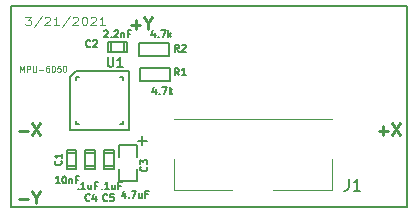
<source format=gto>
G04 #@! TF.GenerationSoftware,KiCad,Pcbnew,5.1.9-73d0e3b20d~88~ubuntu18.04.1*
G04 #@! TF.CreationDate,2021-03-21T21:20:43-07:00*
G04 #@! TF.ProjectId,accelgyro_mpu6050_d2br2,61636365-6c67-4797-926f-5f6d70753630,rev?*
G04 #@! TF.SameCoordinates,Original*
G04 #@! TF.FileFunction,Legend,Top*
G04 #@! TF.FilePolarity,Positive*
%FSLAX46Y46*%
G04 Gerber Fmt 4.6, Leading zero omitted, Abs format (unit mm)*
G04 Created by KiCad (PCBNEW 5.1.9-73d0e3b20d~88~ubuntu18.04.1) date 2021-03-21 21:20:43*
%MOMM*%
%LPD*%
G01*
G04 APERTURE LIST*
%ADD10C,0.250000*%
%ADD11C,0.200000*%
%ADD12C,0.125000*%
%ADD13C,0.120000*%
%ADD14C,0.127000*%
%ADD15C,0.149860*%
%ADD16C,0.200660*%
%ADD17C,0.150000*%
G04 APERTURE END LIST*
D10*
X145690476Y-93571428D02*
X146452380Y-93571428D01*
X146071428Y-93952380D02*
X146071428Y-93190476D01*
X147119047Y-93476190D02*
X147119047Y-93952380D01*
X146785714Y-92952380D02*
X147119047Y-93476190D01*
X147452380Y-92952380D01*
D11*
X169000000Y-92000000D02*
X135500000Y-92000000D01*
X169000000Y-109000000D02*
X169000000Y-92000000D01*
X135500000Y-109000000D02*
X169000000Y-109000000D01*
X135500000Y-92000000D02*
X135500000Y-109000000D01*
D12*
X136709523Y-92916666D02*
X137204761Y-92916666D01*
X136938095Y-93183333D01*
X137052380Y-93183333D01*
X137128571Y-93216666D01*
X137166666Y-93250000D01*
X137204761Y-93316666D01*
X137204761Y-93483333D01*
X137166666Y-93550000D01*
X137128571Y-93583333D01*
X137052380Y-93616666D01*
X136823809Y-93616666D01*
X136747619Y-93583333D01*
X136709523Y-93550000D01*
X138119047Y-92883333D02*
X137433333Y-93783333D01*
X138347619Y-92983333D02*
X138385714Y-92950000D01*
X138461904Y-92916666D01*
X138652380Y-92916666D01*
X138728571Y-92950000D01*
X138766666Y-92983333D01*
X138804761Y-93050000D01*
X138804761Y-93116666D01*
X138766666Y-93216666D01*
X138309523Y-93616666D01*
X138804761Y-93616666D01*
X139566666Y-93616666D02*
X139109523Y-93616666D01*
X139338095Y-93616666D02*
X139338095Y-92916666D01*
X139261904Y-93016666D01*
X139185714Y-93083333D01*
X139109523Y-93116666D01*
X140480952Y-92883333D02*
X139795238Y-93783333D01*
X140709523Y-92983333D02*
X140747619Y-92950000D01*
X140823809Y-92916666D01*
X141014285Y-92916666D01*
X141090476Y-92950000D01*
X141128571Y-92983333D01*
X141166666Y-93050000D01*
X141166666Y-93116666D01*
X141128571Y-93216666D01*
X140671428Y-93616666D01*
X141166666Y-93616666D01*
X141661904Y-92916666D02*
X141738095Y-92916666D01*
X141814285Y-92950000D01*
X141852380Y-92983333D01*
X141890476Y-93050000D01*
X141928571Y-93183333D01*
X141928571Y-93350000D01*
X141890476Y-93483333D01*
X141852380Y-93550000D01*
X141814285Y-93583333D01*
X141738095Y-93616666D01*
X141661904Y-93616666D01*
X141585714Y-93583333D01*
X141547619Y-93550000D01*
X141509523Y-93483333D01*
X141471428Y-93350000D01*
X141471428Y-93183333D01*
X141509523Y-93050000D01*
X141547619Y-92983333D01*
X141585714Y-92950000D01*
X141661904Y-92916666D01*
X142233333Y-92983333D02*
X142271428Y-92950000D01*
X142347619Y-92916666D01*
X142538095Y-92916666D01*
X142614285Y-92950000D01*
X142652380Y-92983333D01*
X142690476Y-93050000D01*
X142690476Y-93116666D01*
X142652380Y-93216666D01*
X142195238Y-93616666D01*
X142690476Y-93616666D01*
X143452380Y-93616666D02*
X142995238Y-93616666D01*
X143223809Y-93616666D02*
X143223809Y-92916666D01*
X143147619Y-93016666D01*
X143071428Y-93083333D01*
X142995238Y-93116666D01*
D10*
X136142857Y-102571428D02*
X136904761Y-102571428D01*
X137285714Y-101952380D02*
X137952380Y-102952380D01*
X137952380Y-101952380D02*
X137285714Y-102952380D01*
X166642857Y-102571428D02*
X167404761Y-102571428D01*
X167023809Y-102952380D02*
X167023809Y-102190476D01*
X167785714Y-101952380D02*
X168452380Y-102952380D01*
X168452380Y-101952380D02*
X167785714Y-102952380D01*
X136190476Y-108321428D02*
X136952380Y-108321428D01*
X137619047Y-108226190D02*
X137619047Y-108702380D01*
X137285714Y-107702380D02*
X137619047Y-108226190D01*
X137952380Y-107702380D01*
D13*
X162656000Y-107548000D02*
X157706000Y-107548000D01*
X162656000Y-107548000D02*
X162656000Y-104948000D01*
X149256000Y-107548000D02*
X149256000Y-104948000D01*
X149256000Y-107548000D02*
X154206000Y-107548000D01*
X149256000Y-101548000D02*
X162656000Y-101548000D01*
D14*
X140193600Y-105558800D02*
X141006400Y-105558800D01*
X140981000Y-104441200D02*
X140193600Y-104441200D01*
X141006400Y-104187200D02*
X141006400Y-105812800D01*
X141006400Y-105812800D02*
X140193600Y-105812800D01*
X140193600Y-105812800D02*
X140193600Y-104187200D01*
X140193600Y-104187200D02*
X141006400Y-104187200D01*
X145058800Y-95906400D02*
X145058800Y-95093600D01*
X143941200Y-95119000D02*
X143941200Y-95906400D01*
X143687200Y-95093600D02*
X145312800Y-95093600D01*
X145312800Y-95093600D02*
X145312800Y-95906400D01*
X145312800Y-95906400D02*
X143687200Y-95906400D01*
X143687200Y-95906400D02*
X143687200Y-95093600D01*
X141793600Y-105558800D02*
X142606400Y-105558800D01*
X142581000Y-104441200D02*
X141793600Y-104441200D01*
X142606400Y-104187200D02*
X142606400Y-105812800D01*
X142606400Y-105812800D02*
X141793600Y-105812800D01*
X141793600Y-105812800D02*
X141793600Y-104187200D01*
X141793600Y-104187200D02*
X142606400Y-104187200D01*
X143393600Y-105558800D02*
X144206400Y-105558800D01*
X144181000Y-104441200D02*
X143393600Y-104441200D01*
X144206400Y-104187200D02*
X144206400Y-105812800D01*
X144206400Y-105812800D02*
X143393600Y-105812800D01*
X143393600Y-105812800D02*
X143393600Y-104187200D01*
X143393600Y-104187200D02*
X144206400Y-104187200D01*
D15*
X141008640Y-97510800D02*
X145489200Y-97510800D01*
X140510800Y-98008640D02*
X140510800Y-102489200D01*
X140510800Y-98008640D02*
X141008640Y-97510800D01*
D16*
X141008640Y-98257560D02*
X141008640Y-98008640D01*
X141008640Y-98008640D02*
X141257560Y-98008640D01*
X141257560Y-101991360D02*
X141008640Y-101991360D01*
X141008640Y-101991360D02*
X141008640Y-101742440D01*
X144991360Y-101742440D02*
X144991360Y-101991360D01*
X144991360Y-101991360D02*
X144742440Y-101991360D01*
X144742440Y-98008640D02*
X144991360Y-98008640D01*
X144991360Y-98008640D02*
X144991360Y-98257560D01*
D15*
X145489200Y-102489200D02*
X140510800Y-102489200D01*
X145489200Y-97510800D02*
X145489200Y-102489200D01*
D14*
X144638000Y-104792000D02*
X144638000Y-103776000D01*
X144638000Y-103776000D02*
X146162000Y-103776000D01*
X146162000Y-103776000D02*
X146162000Y-104792000D01*
X146162000Y-105808000D02*
X146162000Y-106824000D01*
X146162000Y-106824000D02*
X144638000Y-106824000D01*
X144638000Y-106824000D02*
X144638000Y-105808000D01*
X148970000Y-98370000D02*
X148970000Y-97230000D01*
X146430000Y-98370000D02*
X146430000Y-97230000D01*
X148950000Y-98370000D02*
X146450000Y-98370000D01*
X146450000Y-97230000D02*
X148950000Y-97230000D01*
X146350000Y-95130000D02*
X148850000Y-95130000D01*
X148850000Y-96270000D02*
X146350000Y-96270000D01*
X146330000Y-96270000D02*
X146330000Y-95130000D01*
X148870000Y-96270000D02*
X148870000Y-95130000D01*
D17*
X164066666Y-106652380D02*
X164066666Y-107366666D01*
X164019047Y-107509523D01*
X163923809Y-107604761D01*
X163780952Y-107652380D01*
X163685714Y-107652380D01*
X165066666Y-107652380D02*
X164495238Y-107652380D01*
X164780952Y-107652380D02*
X164780952Y-106652380D01*
X164685714Y-106795238D01*
X164590476Y-106890476D01*
X164495238Y-106938095D01*
X139714285Y-105100000D02*
X139742857Y-105128571D01*
X139771428Y-105214285D01*
X139771428Y-105271428D01*
X139742857Y-105357142D01*
X139685714Y-105414285D01*
X139628571Y-105442857D01*
X139514285Y-105471428D01*
X139428571Y-105471428D01*
X139314285Y-105442857D01*
X139257142Y-105414285D01*
X139200000Y-105357142D01*
X139171428Y-105271428D01*
X139171428Y-105214285D01*
X139200000Y-105128571D01*
X139228571Y-105100000D01*
X139771428Y-104528571D02*
X139771428Y-104871428D01*
X139771428Y-104700000D02*
X139171428Y-104700000D01*
X139257142Y-104757142D01*
X139314285Y-104814285D01*
X139342857Y-104871428D01*
X139607142Y-107021428D02*
X139264285Y-107021428D01*
X139435714Y-107021428D02*
X139435714Y-106421428D01*
X139378571Y-106507142D01*
X139321428Y-106564285D01*
X139264285Y-106592857D01*
X139978571Y-106421428D02*
X140035714Y-106421428D01*
X140092857Y-106450000D01*
X140121428Y-106478571D01*
X140150000Y-106535714D01*
X140178571Y-106650000D01*
X140178571Y-106792857D01*
X140150000Y-106907142D01*
X140121428Y-106964285D01*
X140092857Y-106992857D01*
X140035714Y-107021428D01*
X139978571Y-107021428D01*
X139921428Y-106992857D01*
X139892857Y-106964285D01*
X139864285Y-106907142D01*
X139835714Y-106792857D01*
X139835714Y-106650000D01*
X139864285Y-106535714D01*
X139892857Y-106478571D01*
X139921428Y-106450000D01*
X139978571Y-106421428D01*
X140435714Y-106621428D02*
X140435714Y-107021428D01*
X140435714Y-106678571D02*
X140464285Y-106650000D01*
X140521428Y-106621428D01*
X140607142Y-106621428D01*
X140664285Y-106650000D01*
X140692857Y-106707142D01*
X140692857Y-107021428D01*
X141178571Y-106707142D02*
X140978571Y-106707142D01*
X140978571Y-107021428D02*
X140978571Y-106421428D01*
X141264285Y-106421428D01*
X142200000Y-95414285D02*
X142171428Y-95442857D01*
X142085714Y-95471428D01*
X142028571Y-95471428D01*
X141942857Y-95442857D01*
X141885714Y-95385714D01*
X141857142Y-95328571D01*
X141828571Y-95214285D01*
X141828571Y-95128571D01*
X141857142Y-95014285D01*
X141885714Y-94957142D01*
X141942857Y-94900000D01*
X142028571Y-94871428D01*
X142085714Y-94871428D01*
X142171428Y-94900000D01*
X142200000Y-94928571D01*
X142428571Y-94928571D02*
X142457142Y-94900000D01*
X142514285Y-94871428D01*
X142657142Y-94871428D01*
X142714285Y-94900000D01*
X142742857Y-94928571D01*
X142771428Y-94985714D01*
X142771428Y-95042857D01*
X142742857Y-95128571D01*
X142400000Y-95471428D01*
X142771428Y-95471428D01*
X143371428Y-94128571D02*
X143400000Y-94100000D01*
X143457142Y-94071428D01*
X143600000Y-94071428D01*
X143657142Y-94100000D01*
X143685714Y-94128571D01*
X143714285Y-94185714D01*
X143714285Y-94242857D01*
X143685714Y-94328571D01*
X143342857Y-94671428D01*
X143714285Y-94671428D01*
X143971428Y-94614285D02*
X144000000Y-94642857D01*
X143971428Y-94671428D01*
X143942857Y-94642857D01*
X143971428Y-94614285D01*
X143971428Y-94671428D01*
X144228571Y-94128571D02*
X144257142Y-94100000D01*
X144314285Y-94071428D01*
X144457142Y-94071428D01*
X144514285Y-94100000D01*
X144542857Y-94128571D01*
X144571428Y-94185714D01*
X144571428Y-94242857D01*
X144542857Y-94328571D01*
X144200000Y-94671428D01*
X144571428Y-94671428D01*
X144828571Y-94271428D02*
X144828571Y-94671428D01*
X144828571Y-94328571D02*
X144857142Y-94300000D01*
X144914285Y-94271428D01*
X145000000Y-94271428D01*
X145057142Y-94300000D01*
X145085714Y-94357142D01*
X145085714Y-94671428D01*
X145571428Y-94357142D02*
X145371428Y-94357142D01*
X145371428Y-94671428D02*
X145371428Y-94071428D01*
X145657142Y-94071428D01*
X142150000Y-108464285D02*
X142121428Y-108492857D01*
X142035714Y-108521428D01*
X141978571Y-108521428D01*
X141892857Y-108492857D01*
X141835714Y-108435714D01*
X141807142Y-108378571D01*
X141778571Y-108264285D01*
X141778571Y-108178571D01*
X141807142Y-108064285D01*
X141835714Y-108007142D01*
X141892857Y-107950000D01*
X141978571Y-107921428D01*
X142035714Y-107921428D01*
X142121428Y-107950000D01*
X142150000Y-107978571D01*
X142664285Y-108121428D02*
X142664285Y-108521428D01*
X142521428Y-107892857D02*
X142378571Y-108321428D01*
X142750000Y-108321428D01*
X141185714Y-107464285D02*
X141214285Y-107492857D01*
X141185714Y-107521428D01*
X141157142Y-107492857D01*
X141185714Y-107464285D01*
X141185714Y-107521428D01*
X141785714Y-107521428D02*
X141442857Y-107521428D01*
X141614285Y-107521428D02*
X141614285Y-106921428D01*
X141557142Y-107007142D01*
X141500000Y-107064285D01*
X141442857Y-107092857D01*
X142300000Y-107121428D02*
X142300000Y-107521428D01*
X142042857Y-107121428D02*
X142042857Y-107435714D01*
X142071428Y-107492857D01*
X142128571Y-107521428D01*
X142214285Y-107521428D01*
X142271428Y-107492857D01*
X142300000Y-107464285D01*
X142785714Y-107207142D02*
X142585714Y-107207142D01*
X142585714Y-107521428D02*
X142585714Y-106921428D01*
X142871428Y-106921428D01*
X143650000Y-108464285D02*
X143621428Y-108492857D01*
X143535714Y-108521428D01*
X143478571Y-108521428D01*
X143392857Y-108492857D01*
X143335714Y-108435714D01*
X143307142Y-108378571D01*
X143278571Y-108264285D01*
X143278571Y-108178571D01*
X143307142Y-108064285D01*
X143335714Y-108007142D01*
X143392857Y-107950000D01*
X143478571Y-107921428D01*
X143535714Y-107921428D01*
X143621428Y-107950000D01*
X143650000Y-107978571D01*
X144192857Y-107921428D02*
X143907142Y-107921428D01*
X143878571Y-108207142D01*
X143907142Y-108178571D01*
X143964285Y-108150000D01*
X144107142Y-108150000D01*
X144164285Y-108178571D01*
X144192857Y-108207142D01*
X144221428Y-108264285D01*
X144221428Y-108407142D01*
X144192857Y-108464285D01*
X144164285Y-108492857D01*
X144107142Y-108521428D01*
X143964285Y-108521428D01*
X143907142Y-108492857D01*
X143878571Y-108464285D01*
X143185714Y-107464285D02*
X143214285Y-107492857D01*
X143185714Y-107521428D01*
X143157142Y-107492857D01*
X143185714Y-107464285D01*
X143185714Y-107521428D01*
X143785714Y-107521428D02*
X143442857Y-107521428D01*
X143614285Y-107521428D02*
X143614285Y-106921428D01*
X143557142Y-107007142D01*
X143500000Y-107064285D01*
X143442857Y-107092857D01*
X144300000Y-107121428D02*
X144300000Y-107521428D01*
X144042857Y-107121428D02*
X144042857Y-107435714D01*
X144071428Y-107492857D01*
X144128571Y-107521428D01*
X144214285Y-107521428D01*
X144271428Y-107492857D01*
X144300000Y-107464285D01*
X144785714Y-107207142D02*
X144585714Y-107207142D01*
X144585714Y-107521428D02*
X144585714Y-106921428D01*
X144871428Y-106921428D01*
D11*
X143690476Y-96361904D02*
X143690476Y-97009523D01*
X143728571Y-97085714D01*
X143766666Y-97123809D01*
X143842857Y-97161904D01*
X143995238Y-97161904D01*
X144071428Y-97123809D01*
X144109523Y-97085714D01*
X144147619Y-97009523D01*
X144147619Y-96361904D01*
X144947619Y-97161904D02*
X144490476Y-97161904D01*
X144719047Y-97161904D02*
X144719047Y-96361904D01*
X144642857Y-96476190D01*
X144566666Y-96552380D01*
X144490476Y-96590476D01*
D12*
X136259523Y-97576190D02*
X136259523Y-97076190D01*
X136426190Y-97433333D01*
X136592857Y-97076190D01*
X136592857Y-97576190D01*
X136830952Y-97576190D02*
X136830952Y-97076190D01*
X137021428Y-97076190D01*
X137069047Y-97100000D01*
X137092857Y-97123809D01*
X137116666Y-97171428D01*
X137116666Y-97242857D01*
X137092857Y-97290476D01*
X137069047Y-97314285D01*
X137021428Y-97338095D01*
X136830952Y-97338095D01*
X137330952Y-97076190D02*
X137330952Y-97480952D01*
X137354761Y-97528571D01*
X137378571Y-97552380D01*
X137426190Y-97576190D01*
X137521428Y-97576190D01*
X137569047Y-97552380D01*
X137592857Y-97528571D01*
X137616666Y-97480952D01*
X137616666Y-97076190D01*
X137854761Y-97385714D02*
X138235714Y-97385714D01*
X138688095Y-97076190D02*
X138592857Y-97076190D01*
X138545238Y-97100000D01*
X138521428Y-97123809D01*
X138473809Y-97195238D01*
X138450000Y-97290476D01*
X138450000Y-97480952D01*
X138473809Y-97528571D01*
X138497619Y-97552380D01*
X138545238Y-97576190D01*
X138640476Y-97576190D01*
X138688095Y-97552380D01*
X138711904Y-97528571D01*
X138735714Y-97480952D01*
X138735714Y-97361904D01*
X138711904Y-97314285D01*
X138688095Y-97290476D01*
X138640476Y-97266666D01*
X138545238Y-97266666D01*
X138497619Y-97290476D01*
X138473809Y-97314285D01*
X138450000Y-97361904D01*
X139045238Y-97076190D02*
X139092857Y-97076190D01*
X139140476Y-97100000D01*
X139164285Y-97123809D01*
X139188095Y-97171428D01*
X139211904Y-97266666D01*
X139211904Y-97385714D01*
X139188095Y-97480952D01*
X139164285Y-97528571D01*
X139140476Y-97552380D01*
X139092857Y-97576190D01*
X139045238Y-97576190D01*
X138997619Y-97552380D01*
X138973809Y-97528571D01*
X138950000Y-97480952D01*
X138926190Y-97385714D01*
X138926190Y-97266666D01*
X138950000Y-97171428D01*
X138973809Y-97123809D01*
X138997619Y-97100000D01*
X139045238Y-97076190D01*
X139664285Y-97076190D02*
X139426190Y-97076190D01*
X139402380Y-97314285D01*
X139426190Y-97290476D01*
X139473809Y-97266666D01*
X139592857Y-97266666D01*
X139640476Y-97290476D01*
X139664285Y-97314285D01*
X139688095Y-97361904D01*
X139688095Y-97480952D01*
X139664285Y-97528571D01*
X139640476Y-97552380D01*
X139592857Y-97576190D01*
X139473809Y-97576190D01*
X139426190Y-97552380D01*
X139402380Y-97528571D01*
X139997619Y-97076190D02*
X140045238Y-97076190D01*
X140092857Y-97100000D01*
X140116666Y-97123809D01*
X140140476Y-97171428D01*
X140164285Y-97266666D01*
X140164285Y-97385714D01*
X140140476Y-97480952D01*
X140116666Y-97528571D01*
X140092857Y-97552380D01*
X140045238Y-97576190D01*
X139997619Y-97576190D01*
X139950000Y-97552380D01*
X139926190Y-97528571D01*
X139902380Y-97480952D01*
X139878571Y-97385714D01*
X139878571Y-97266666D01*
X139902380Y-97171428D01*
X139926190Y-97123809D01*
X139950000Y-97100000D01*
X139997619Y-97076190D01*
D17*
X146964285Y-105600000D02*
X146992857Y-105628571D01*
X147021428Y-105714285D01*
X147021428Y-105771428D01*
X146992857Y-105857142D01*
X146935714Y-105914285D01*
X146878571Y-105942857D01*
X146764285Y-105971428D01*
X146678571Y-105971428D01*
X146564285Y-105942857D01*
X146507142Y-105914285D01*
X146450000Y-105857142D01*
X146421428Y-105771428D01*
X146421428Y-105714285D01*
X146450000Y-105628571D01*
X146478571Y-105600000D01*
X146421428Y-105400000D02*
X146421428Y-105028571D01*
X146650000Y-105228571D01*
X146650000Y-105142857D01*
X146678571Y-105085714D01*
X146707142Y-105057142D01*
X146764285Y-105028571D01*
X146907142Y-105028571D01*
X146964285Y-105057142D01*
X146992857Y-105085714D01*
X147021428Y-105142857D01*
X147021428Y-105314285D01*
X146992857Y-105371428D01*
X146964285Y-105400000D01*
X145157142Y-107871428D02*
X145157142Y-108271428D01*
X145014285Y-107642857D02*
X144871428Y-108071428D01*
X145242857Y-108071428D01*
X145471428Y-108214285D02*
X145500000Y-108242857D01*
X145471428Y-108271428D01*
X145442857Y-108242857D01*
X145471428Y-108214285D01*
X145471428Y-108271428D01*
X145700000Y-107671428D02*
X146100000Y-107671428D01*
X145842857Y-108271428D01*
X146585714Y-107871428D02*
X146585714Y-108271428D01*
X146328571Y-107871428D02*
X146328571Y-108185714D01*
X146357142Y-108242857D01*
X146414285Y-108271428D01*
X146500000Y-108271428D01*
X146557142Y-108242857D01*
X146585714Y-108214285D01*
X147071428Y-107957142D02*
X146871428Y-107957142D01*
X146871428Y-108271428D02*
X146871428Y-107671428D01*
X147157142Y-107671428D01*
X146621428Y-103780952D02*
X146621428Y-103019047D01*
X147002380Y-103400000D02*
X146240476Y-103400000D01*
X149700000Y-97871428D02*
X149500000Y-97585714D01*
X149357142Y-97871428D02*
X149357142Y-97271428D01*
X149585714Y-97271428D01*
X149642857Y-97300000D01*
X149671428Y-97328571D01*
X149700000Y-97385714D01*
X149700000Y-97471428D01*
X149671428Y-97528571D01*
X149642857Y-97557142D01*
X149585714Y-97585714D01*
X149357142Y-97585714D01*
X150271428Y-97871428D02*
X149928571Y-97871428D01*
X150100000Y-97871428D02*
X150100000Y-97271428D01*
X150042857Y-97357142D01*
X149985714Y-97414285D01*
X149928571Y-97442857D01*
X147742857Y-99071428D02*
X147742857Y-99471428D01*
X147600000Y-98842857D02*
X147457142Y-99271428D01*
X147828571Y-99271428D01*
X148057142Y-99414285D02*
X148085714Y-99442857D01*
X148057142Y-99471428D01*
X148028571Y-99442857D01*
X148057142Y-99414285D01*
X148057142Y-99471428D01*
X148285714Y-98871428D02*
X148685714Y-98871428D01*
X148428571Y-99471428D01*
X148914285Y-99471428D02*
X148914285Y-98871428D01*
X148971428Y-99242857D02*
X149142857Y-99471428D01*
X149142857Y-99071428D02*
X148914285Y-99300000D01*
X149700000Y-95871428D02*
X149500000Y-95585714D01*
X149357142Y-95871428D02*
X149357142Y-95271428D01*
X149585714Y-95271428D01*
X149642857Y-95300000D01*
X149671428Y-95328571D01*
X149700000Y-95385714D01*
X149700000Y-95471428D01*
X149671428Y-95528571D01*
X149642857Y-95557142D01*
X149585714Y-95585714D01*
X149357142Y-95585714D01*
X149928571Y-95328571D02*
X149957142Y-95300000D01*
X150014285Y-95271428D01*
X150157142Y-95271428D01*
X150214285Y-95300000D01*
X150242857Y-95328571D01*
X150271428Y-95385714D01*
X150271428Y-95442857D01*
X150242857Y-95528571D01*
X149900000Y-95871428D01*
X150271428Y-95871428D01*
X147642857Y-94271428D02*
X147642857Y-94671428D01*
X147500000Y-94042857D02*
X147357142Y-94471428D01*
X147728571Y-94471428D01*
X147957142Y-94614285D02*
X147985714Y-94642857D01*
X147957142Y-94671428D01*
X147928571Y-94642857D01*
X147957142Y-94614285D01*
X147957142Y-94671428D01*
X148185714Y-94071428D02*
X148585714Y-94071428D01*
X148328571Y-94671428D01*
X148814285Y-94671428D02*
X148814285Y-94071428D01*
X148871428Y-94442857D02*
X149042857Y-94671428D01*
X149042857Y-94271428D02*
X148814285Y-94500000D01*
M02*

</source>
